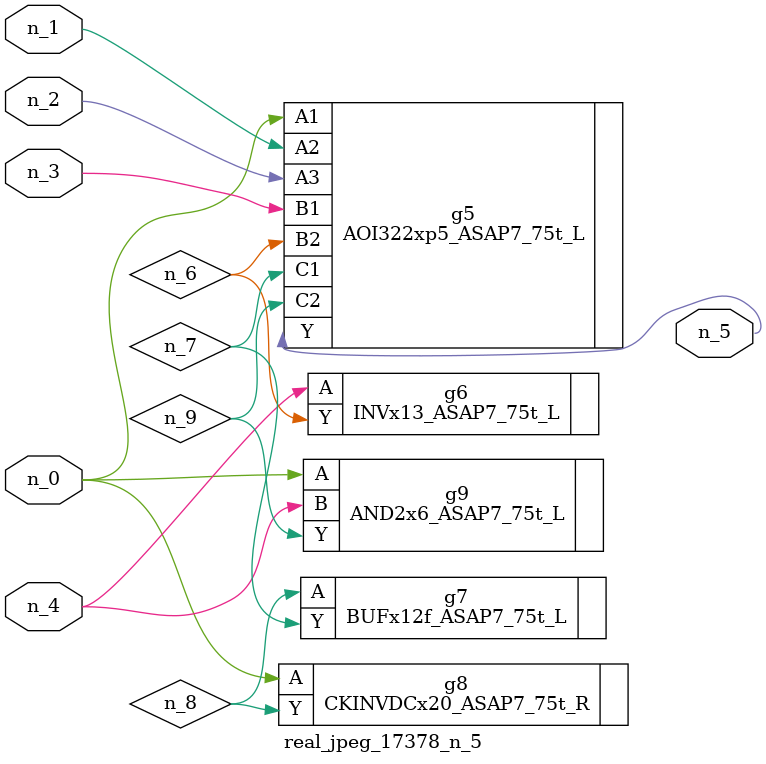
<source format=v>
module real_jpeg_17378_n_5 (n_4, n_0, n_1, n_2, n_3, n_5);

input n_4;
input n_0;
input n_1;
input n_2;
input n_3;

output n_5;

wire n_8;
wire n_6;
wire n_7;
wire n_9;

AOI322xp5_ASAP7_75t_L g5 ( 
.A1(n_0),
.A2(n_1),
.A3(n_2),
.B1(n_3),
.B2(n_6),
.C1(n_7),
.C2(n_9),
.Y(n_5)
);

CKINVDCx20_ASAP7_75t_R g8 ( 
.A(n_0),
.Y(n_8)
);

AND2x6_ASAP7_75t_L g9 ( 
.A(n_0),
.B(n_4),
.Y(n_9)
);

INVx13_ASAP7_75t_L g6 ( 
.A(n_4),
.Y(n_6)
);

BUFx12f_ASAP7_75t_L g7 ( 
.A(n_8),
.Y(n_7)
);


endmodule
</source>
